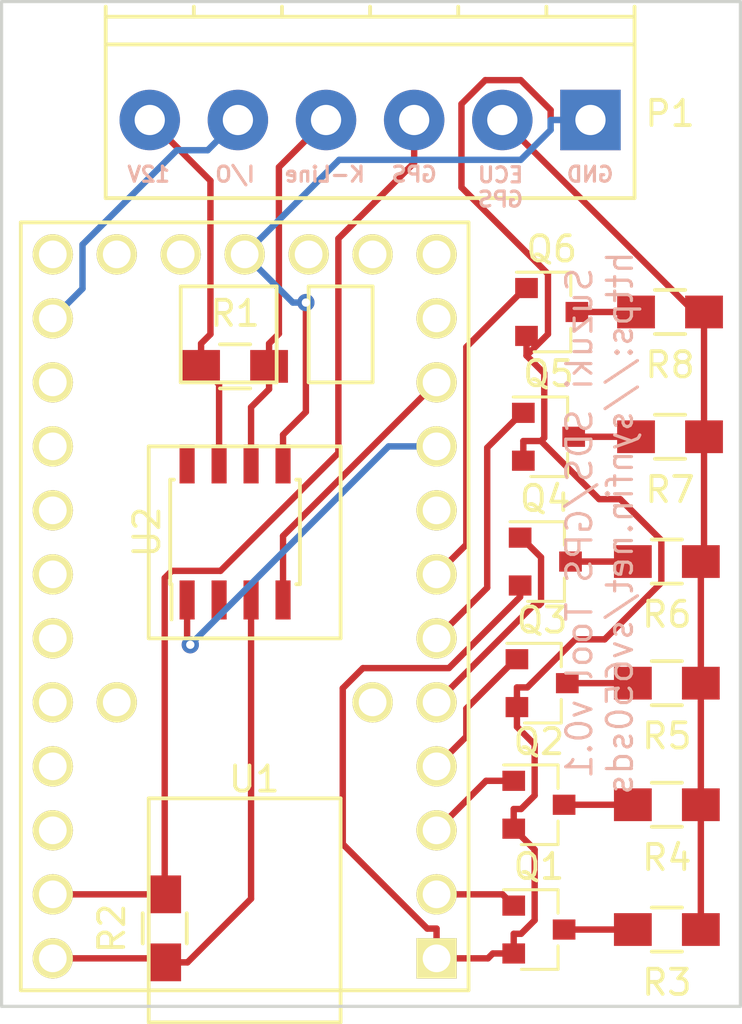
<source format=kicad_pcb>
(kicad_pcb (version 20171130) (host pcbnew "(5.1.12)-1")

  (general
    (thickness 1.6)
    (drawings 11)
    (tracks 140)
    (zones 0)
    (modules 17)
    (nets 41)
  )

  (page USLetter)
  (title_block
    (title "Suzuki SDS/GPS Tool")
    (date 2017-03-14)
    (rev v0.1)
    (company "Aaron Turner <synfinatic@gmail.com>")
    (comment 1 https://synfin.net/sv650sds)
    (comment 2 "Suzuki SDS Diagnostic and Reverse Engineering Tool")
  )

  (layers
    (0 F.Cu signal)
    (31 B.Cu signal)
    (32 B.Adhes user hide)
    (33 F.Adhes user hide)
    (34 B.Paste user hide)
    (35 F.Paste user hide)
    (36 B.SilkS user hide)
    (37 F.SilkS user hide)
    (38 B.Mask user hide)
    (39 F.Mask user hide)
    (40 Dwgs.User user hide)
    (41 Cmts.User user hide)
    (42 Eco1.User user hide)
    (43 Eco2.User user hide)
    (44 Edge.Cuts user)
    (45 Margin user hide)
    (46 B.CrtYd user hide)
    (47 F.CrtYd user hide)
    (48 B.Fab user hide)
    (49 F.Fab user hide)
  )

  (setup
    (last_trace_width 0.254)
    (user_trace_width 0.1524)
    (user_trace_width 0.2)
    (user_trace_width 0.25)
    (user_trace_width 0.3)
    (user_trace_width 0.4)
    (user_trace_width 0.5)
    (user_trace_width 0.6)
    (user_trace_width 0.8)
    (user_trace_width 1)
    (user_trace_width 1.2)
    (user_trace_width 1.5)
    (user_trace_width 2)
    (trace_clearance 0.254)
    (zone_clearance 0.1524)
    (zone_45_only no)
    (trace_min 0.1524)
    (via_size 0.6858)
    (via_drill 0.3302)
    (via_min_size 0.6858)
    (via_min_drill 0.3302)
    (uvia_size 0.508)
    (uvia_drill 0.127)
    (uvias_allowed no)
    (uvia_min_size 0.508)
    (uvia_min_drill 0.127)
    (edge_width 0.127)
    (segment_width 0.127)
    (pcb_text_width 0.127)
    (pcb_text_size 0.6 0.6)
    (mod_edge_width 0.127)
    (mod_text_size 0.6 0.6)
    (mod_text_width 0.127)
    (pad_size 1.524 1.524)
    (pad_drill 0.762)
    (pad_to_mask_clearance 0.05)
    (pad_to_paste_clearance -0.04)
    (aux_axis_origin 0 0)
    (visible_elements 7FFFFFFF)
    (pcbplotparams
      (layerselection 0x3ffff_80000001)
      (usegerberextensions true)
      (usegerberattributes true)
      (usegerberadvancedattributes true)
      (creategerberjobfile true)
      (excludeedgelayer true)
      (linewidth 0.127000)
      (plotframeref false)
      (viasonmask false)
      (mode 1)
      (useauxorigin false)
      (hpglpennumber 1)
      (hpglpenspeed 20)
      (hpglpendiameter 15.000000)
      (psnegative false)
      (psa4output false)
      (plotreference true)
      (plotvalue true)
      (plotinvisibletext false)
      (padsonsilk false)
      (subtractmaskfromsilk false)
      (outputformat 1)
      (mirror false)
      (drillshape 0)
      (scaleselection 1)
      (outputdirectory "CAM/"))
  )

  (net 0 "")
  (net 1 ECU_GPS)
  (net 2 +12V)
  (net 3 GPS)
  (net 4 K_LINE)
  (net 5 OUTPUT)
  (net 6 GND)
  (net 7 Gear1)
  (net 8 "Net-(Q1-Pad3)")
  (net 9 Gear2)
  (net 10 "Net-(Q2-Pad3)")
  (net 11 Gear3)
  (net 12 "Net-(Q3-Pad3)")
  (net 13 Gear4)
  (net 14 "Net-(Q4-Pad3)")
  (net 15 Gear5)
  (net 16 "Net-(Q5-Pad3)")
  (net 17 Gear6)
  (net 18 "Net-(Q6-Pad3)")
  (net 19 +5V)
  (net 20 "Net-(U1-Pad8)")
  (net 21 TTL_K_RX)
  (net 22 TTL_K_TX)
  (net 23 "Net-(U1-Pad11)")
  (net 24 "Net-(U1-Pad12)")
  (net 25 "Net-(U1-Pad13)")
  (net 26 "Net-(U1-Pad14)")
  (net 27 "Net-(U1-Pad16)")
  (net 28 "Net-(U1-Pad17)")
  (net 29 "Net-(U1-Pad18)")
  (net 30 "Net-(U1-Pad20)")
  (net 31 "Net-(U1-Pad21)")
  (net 32 "Net-(U1-Pad22)")
  (net 33 "Net-(U1-Pad23)")
  (net 34 "Net-(U1-Pad24)")
  (net 35 "Net-(U1-Pad25)")
  (net 36 "Net-(U1-Pad27)")
  (net 37 "Net-(U1-Pad30)")
  (net 38 "Net-(U1-Pad31)")
  (net 39 "Net-(U2-Pad2)")
  (net 40 "Net-(U2-Pad8)")

  (net_class Default "Dit is de standaard class."
    (clearance 0.254)
    (trace_width 0.254)
    (via_dia 0.6858)
    (via_drill 0.3302)
    (uvia_dia 0.508)
    (uvia_drill 0.127)
    (add_net +12V)
    (add_net +5V)
    (add_net ECU_GPS)
    (add_net GND)
    (add_net GPS)
    (add_net Gear1)
    (add_net Gear2)
    (add_net Gear3)
    (add_net Gear4)
    (add_net Gear5)
    (add_net Gear6)
    (add_net K_LINE)
    (add_net "Net-(Q1-Pad3)")
    (add_net "Net-(Q2-Pad3)")
    (add_net "Net-(Q3-Pad3)")
    (add_net "Net-(Q4-Pad3)")
    (add_net "Net-(Q5-Pad3)")
    (add_net "Net-(Q6-Pad3)")
    (add_net "Net-(U1-Pad11)")
    (add_net "Net-(U1-Pad12)")
    (add_net "Net-(U1-Pad13)")
    (add_net "Net-(U1-Pad14)")
    (add_net "Net-(U1-Pad16)")
    (add_net "Net-(U1-Pad17)")
    (add_net "Net-(U1-Pad18)")
    (add_net "Net-(U1-Pad20)")
    (add_net "Net-(U1-Pad21)")
    (add_net "Net-(U1-Pad22)")
    (add_net "Net-(U1-Pad23)")
    (add_net "Net-(U1-Pad24)")
    (add_net "Net-(U1-Pad25)")
    (add_net "Net-(U1-Pad27)")
    (add_net "Net-(U1-Pad30)")
    (add_net "Net-(U1-Pad31)")
    (add_net "Net-(U1-Pad8)")
    (add_net "Net-(U2-Pad2)")
    (add_net "Net-(U2-Pad8)")
    (add_net OUTPUT)
    (add_net TTL_K_RX)
    (add_net TTL_K_TX)
  )

  (net_class 0.2mm ""
    (clearance 0.2)
    (trace_width 0.2)
    (via_dia 0.6858)
    (via_drill 0.3302)
    (uvia_dia 0.508)
    (uvia_drill 0.127)
  )

  (net_class Minimal ""
    (clearance 0.1524)
    (trace_width 0.1524)
    (via_dia 0.6858)
    (via_drill 0.3302)
    (uvia_dia 0.508)
    (uvia_drill 0.127)
  )

  (module Connectors_Terminal_Blocks:TerminalBlock_Pheonix_PT-3.5mm_6pol (layer F.Cu) (tedit 0) (tstamp 58C8AC95)
    (at 114.188 86.741 180)
    (descr "6-way 3.5mm pitch terminal block, Phoenix PT series")
    (path /58C8ADB8)
    (fp_text reference P1 (at -3.16 0.254 180) (layer F.SilkS)
      (effects (font (size 1 1) (thickness 0.15)))
    )
    (fp_text value CONN_01X06 (at 9.413 2.921 180) (layer F.Fab)
      (effects (font (size 1 1) (thickness 0.15)))
    )
    (fp_line (start 19.25 -3.1) (end -1.75 -3.1) (layer F.SilkS) (width 0.15))
    (fp_line (start 19.25 4.5) (end 19.25 -3.1) (layer F.SilkS) (width 0.15))
    (fp_line (start -1.75 -3.1) (end -1.75 4.5) (layer F.SilkS) (width 0.15))
    (fp_line (start -1.75 4.1) (end 19.25 4.1) (layer F.SilkS) (width 0.15))
    (fp_line (start -1.75 3) (end 19.25 3) (layer F.SilkS) (width 0.15))
    (fp_line (start 8.75 4.1) (end 8.75 4.5) (layer F.SilkS) (width 0.15))
    (fp_line (start 5.25 4.1) (end 5.25 4.5) (layer F.SilkS) (width 0.15))
    (fp_line (start 1.75 4.1) (end 1.75 4.5) (layer F.SilkS) (width 0.15))
    (fp_line (start 12.25 4.1) (end 12.25 4.5) (layer F.SilkS) (width 0.15))
    (fp_line (start 15.75 4.1) (end 15.75 4.5) (layer F.SilkS) (width 0.15))
    (fp_line (start 19.4 -3.3) (end 19.4 4.7) (layer F.CrtYd) (width 0.05))
    (fp_line (start 19.4 4.7) (end -1.9 4.7) (layer F.CrtYd) (width 0.05))
    (fp_line (start -1.9 4.7) (end -1.9 -3.3) (layer F.CrtYd) (width 0.05))
    (fp_line (start -1.9 -3.3) (end 19.4 -3.3) (layer F.CrtYd) (width 0.05))
    (pad 2 thru_hole circle (at 3.5 0 180) (size 2.4 2.4) (drill 1.2) (layers *.Cu *.Mask)
      (net 1 ECU_GPS))
    (pad 1 thru_hole rect (at 0 0 180) (size 2.4 2.4) (drill 1.2) (layers *.Cu *.Mask)
      (net 6 GND))
    (pad 3 thru_hole circle (at 7 0 180) (size 2.4 2.4) (drill 1.2) (layers *.Cu *.Mask)
      (net 3 GPS))
    (pad 4 thru_hole circle (at 10.5 0 180) (size 2.4 2.4) (drill 1.2) (layers *.Cu *.Mask)
      (net 4 K_LINE))
    (pad 5 thru_hole circle (at 14 0 180) (size 2.4 2.4) (drill 1.2) (layers *.Cu *.Mask)
      (net 5 OUTPUT))
    (pad 6 thru_hole circle (at 17.5 0 180) (size 2.4 2.4) (drill 1.2) (layers *.Cu *.Mask)
      (net 2 +12V))
    (model Terminal_Blocks.3dshapes/TerminalBlock_Pheonix_PT-3.5mm_6pol.wrl
      (at (xyz 0 0 0))
      (scale (xyz 1 1 1))
      (rotate (xyz 0 0 0))
    )
  )

  (module TO_SOT_Packages_SMD:SOT-23 (layer F.Cu) (tedit 583F39EB) (tstamp 58C8AC9C)
    (at 112.141 118.872)
    (descr "SOT-23, Standard")
    (tags SOT-23)
    (path /58C7772F)
    (attr smd)
    (fp_text reference Q1 (at 0 -2.5) (layer F.SilkS)
      (effects (font (size 1 1) (thickness 0.15)))
    )
    (fp_text value MMBT3904 (at 0 2.5) (layer F.Fab)
      (effects (font (size 1 1) (thickness 0.15)))
    )
    (fp_line (start 0.76 1.58) (end -0.7 1.58) (layer F.SilkS) (width 0.12))
    (fp_line (start -0.7 -1.52) (end -0.7 1.52) (layer F.Fab) (width 0.15))
    (fp_line (start -0.7 -1.52) (end 0.7 -1.52) (layer F.Fab) (width 0.15))
    (fp_line (start 0.76 -1.58) (end -1.4 -1.58) (layer F.SilkS) (width 0.12))
    (fp_line (start -1.7 1.75) (end -1.7 -1.75) (layer F.CrtYd) (width 0.05))
    (fp_line (start 1.7 1.75) (end -1.7 1.75) (layer F.CrtYd) (width 0.05))
    (fp_line (start 1.7 -1.75) (end 1.7 1.75) (layer F.CrtYd) (width 0.05))
    (fp_line (start -1.7 -1.75) (end 1.7 -1.75) (layer F.CrtYd) (width 0.05))
    (fp_line (start -0.7 1.52) (end 0.7 1.52) (layer F.Fab) (width 0.15))
    (fp_line (start 0.7 -1.52) (end 0.7 1.52) (layer F.Fab) (width 0.15))
    (fp_line (start 0.76 -1.58) (end 0.76 -0.65) (layer F.SilkS) (width 0.12))
    (fp_line (start 0.76 1.58) (end 0.76 0.65) (layer F.SilkS) (width 0.12))
    (pad 1 smd rect (at -1 -0.95) (size 0.9 0.8) (layers F.Cu F.Paste F.Mask)
      (net 7 Gear1))
    (pad 2 smd rect (at -1 0.95) (size 0.9 0.8) (layers F.Cu F.Paste F.Mask)
      (net 6 GND))
    (pad 3 smd rect (at 1 0) (size 0.9 0.8) (layers F.Cu F.Paste F.Mask)
      (net 8 "Net-(Q1-Pad3)"))
    (model TO_SOT_Packages_SMD.3dshapes/SOT-23.wrl
      (at (xyz 0 0 0))
      (scale (xyz 1 1 1))
      (rotate (xyz 0 0 90))
    )
  )

  (module TO_SOT_Packages_SMD:SOT-23 (layer F.Cu) (tedit 583F39EB) (tstamp 58C8ACA3)
    (at 112.141 113.919)
    (descr "SOT-23, Standard")
    (tags SOT-23)
    (path /58C77773)
    (attr smd)
    (fp_text reference Q2 (at 0 -2.5) (layer F.SilkS)
      (effects (font (size 1 1) (thickness 0.15)))
    )
    (fp_text value MMBT3904 (at 0 2.5) (layer F.Fab)
      (effects (font (size 1 1) (thickness 0.15)))
    )
    (fp_line (start 0.76 1.58) (end -0.7 1.58) (layer F.SilkS) (width 0.12))
    (fp_line (start -0.7 -1.52) (end -0.7 1.52) (layer F.Fab) (width 0.15))
    (fp_line (start -0.7 -1.52) (end 0.7 -1.52) (layer F.Fab) (width 0.15))
    (fp_line (start 0.76 -1.58) (end -1.4 -1.58) (layer F.SilkS) (width 0.12))
    (fp_line (start -1.7 1.75) (end -1.7 -1.75) (layer F.CrtYd) (width 0.05))
    (fp_line (start 1.7 1.75) (end -1.7 1.75) (layer F.CrtYd) (width 0.05))
    (fp_line (start 1.7 -1.75) (end 1.7 1.75) (layer F.CrtYd) (width 0.05))
    (fp_line (start -1.7 -1.75) (end 1.7 -1.75) (layer F.CrtYd) (width 0.05))
    (fp_line (start -0.7 1.52) (end 0.7 1.52) (layer F.Fab) (width 0.15))
    (fp_line (start 0.7 -1.52) (end 0.7 1.52) (layer F.Fab) (width 0.15))
    (fp_line (start 0.76 -1.58) (end 0.76 -0.65) (layer F.SilkS) (width 0.12))
    (fp_line (start 0.76 1.58) (end 0.76 0.65) (layer F.SilkS) (width 0.12))
    (pad 1 smd rect (at -1 -0.95) (size 0.9 0.8) (layers F.Cu F.Paste F.Mask)
      (net 9 Gear2))
    (pad 2 smd rect (at -1 0.95) (size 0.9 0.8) (layers F.Cu F.Paste F.Mask)
      (net 6 GND))
    (pad 3 smd rect (at 1 0) (size 0.9 0.8) (layers F.Cu F.Paste F.Mask)
      (net 10 "Net-(Q2-Pad3)"))
    (model TO_SOT_Packages_SMD.3dshapes/SOT-23.wrl
      (at (xyz 0 0 0))
      (scale (xyz 1 1 1))
      (rotate (xyz 0 0 90))
    )
  )

  (module TO_SOT_Packages_SMD:SOT-23 (layer F.Cu) (tedit 583F39EB) (tstamp 58C8ACAA)
    (at 112.268 109.093)
    (descr "SOT-23, Standard")
    (tags SOT-23)
    (path /58C777A1)
    (attr smd)
    (fp_text reference Q3 (at 0 -2.5) (layer F.SilkS)
      (effects (font (size 1 1) (thickness 0.15)))
    )
    (fp_text value MMBT3904 (at 0 2.5) (layer F.Fab)
      (effects (font (size 1 1) (thickness 0.15)))
    )
    (fp_line (start 0.76 1.58) (end -0.7 1.58) (layer F.SilkS) (width 0.12))
    (fp_line (start -0.7 -1.52) (end -0.7 1.52) (layer F.Fab) (width 0.15))
    (fp_line (start -0.7 -1.52) (end 0.7 -1.52) (layer F.Fab) (width 0.15))
    (fp_line (start 0.76 -1.58) (end -1.4 -1.58) (layer F.SilkS) (width 0.12))
    (fp_line (start -1.7 1.75) (end -1.7 -1.75) (layer F.CrtYd) (width 0.05))
    (fp_line (start 1.7 1.75) (end -1.7 1.75) (layer F.CrtYd) (width 0.05))
    (fp_line (start 1.7 -1.75) (end 1.7 1.75) (layer F.CrtYd) (width 0.05))
    (fp_line (start -1.7 -1.75) (end 1.7 -1.75) (layer F.CrtYd) (width 0.05))
    (fp_line (start -0.7 1.52) (end 0.7 1.52) (layer F.Fab) (width 0.15))
    (fp_line (start 0.7 -1.52) (end 0.7 1.52) (layer F.Fab) (width 0.15))
    (fp_line (start 0.76 -1.58) (end 0.76 -0.65) (layer F.SilkS) (width 0.12))
    (fp_line (start 0.76 1.58) (end 0.76 0.65) (layer F.SilkS) (width 0.12))
    (pad 1 smd rect (at -1 -0.95) (size 0.9 0.8) (layers F.Cu F.Paste F.Mask)
      (net 11 Gear3))
    (pad 2 smd rect (at -1 0.95) (size 0.9 0.8) (layers F.Cu F.Paste F.Mask)
      (net 6 GND))
    (pad 3 smd rect (at 1 0) (size 0.9 0.8) (layers F.Cu F.Paste F.Mask)
      (net 12 "Net-(Q3-Pad3)"))
    (model TO_SOT_Packages_SMD.3dshapes/SOT-23.wrl
      (at (xyz 0 0 0))
      (scale (xyz 1 1 1))
      (rotate (xyz 0 0 90))
    )
  )

  (module TO_SOT_Packages_SMD:SOT-23 (layer F.Cu) (tedit 583F39EB) (tstamp 58C8ACB1)
    (at 112.395 104.267)
    (descr "SOT-23, Standard")
    (tags SOT-23)
    (path /58C777D2)
    (attr smd)
    (fp_text reference Q4 (at 0 -2.5) (layer F.SilkS)
      (effects (font (size 1 1) (thickness 0.15)))
    )
    (fp_text value MMBT3904 (at 0 2.5) (layer F.Fab)
      (effects (font (size 1 1) (thickness 0.15)))
    )
    (fp_line (start 0.76 1.58) (end -0.7 1.58) (layer F.SilkS) (width 0.12))
    (fp_line (start -0.7 -1.52) (end -0.7 1.52) (layer F.Fab) (width 0.15))
    (fp_line (start -0.7 -1.52) (end 0.7 -1.52) (layer F.Fab) (width 0.15))
    (fp_line (start 0.76 -1.58) (end -1.4 -1.58) (layer F.SilkS) (width 0.12))
    (fp_line (start -1.7 1.75) (end -1.7 -1.75) (layer F.CrtYd) (width 0.05))
    (fp_line (start 1.7 1.75) (end -1.7 1.75) (layer F.CrtYd) (width 0.05))
    (fp_line (start 1.7 -1.75) (end 1.7 1.75) (layer F.CrtYd) (width 0.05))
    (fp_line (start -1.7 -1.75) (end 1.7 -1.75) (layer F.CrtYd) (width 0.05))
    (fp_line (start -0.7 1.52) (end 0.7 1.52) (layer F.Fab) (width 0.15))
    (fp_line (start 0.7 -1.52) (end 0.7 1.52) (layer F.Fab) (width 0.15))
    (fp_line (start 0.76 -1.58) (end 0.76 -0.65) (layer F.SilkS) (width 0.12))
    (fp_line (start 0.76 1.58) (end 0.76 0.65) (layer F.SilkS) (width 0.12))
    (pad 1 smd rect (at -1 -0.95) (size 0.9 0.8) (layers F.Cu F.Paste F.Mask)
      (net 13 Gear4))
    (pad 2 smd rect (at -1 0.95) (size 0.9 0.8) (layers F.Cu F.Paste F.Mask)
      (net 6 GND))
    (pad 3 smd rect (at 1 0) (size 0.9 0.8) (layers F.Cu F.Paste F.Mask)
      (net 14 "Net-(Q4-Pad3)"))
    (model TO_SOT_Packages_SMD.3dshapes/SOT-23.wrl
      (at (xyz 0 0 0))
      (scale (xyz 1 1 1))
      (rotate (xyz 0 0 90))
    )
  )

  (module TO_SOT_Packages_SMD:SOT-23 (layer F.Cu) (tedit 583F39EB) (tstamp 58C8ACB8)
    (at 112.522 99.314)
    (descr "SOT-23, Standard")
    (tags SOT-23)
    (path /58C77803)
    (attr smd)
    (fp_text reference Q5 (at 0 -2.5) (layer F.SilkS)
      (effects (font (size 1 1) (thickness 0.15)))
    )
    (fp_text value MMBT3904 (at 0 2.5) (layer F.Fab)
      (effects (font (size 1 1) (thickness 0.15)))
    )
    (fp_line (start 0.76 1.58) (end -0.7 1.58) (layer F.SilkS) (width 0.12))
    (fp_line (start -0.7 -1.52) (end -0.7 1.52) (layer F.Fab) (width 0.15))
    (fp_line (start -0.7 -1.52) (end 0.7 -1.52) (layer F.Fab) (width 0.15))
    (fp_line (start 0.76 -1.58) (end -1.4 -1.58) (layer F.SilkS) (width 0.12))
    (fp_line (start -1.7 1.75) (end -1.7 -1.75) (layer F.CrtYd) (width 0.05))
    (fp_line (start 1.7 1.75) (end -1.7 1.75) (layer F.CrtYd) (width 0.05))
    (fp_line (start 1.7 -1.75) (end 1.7 1.75) (layer F.CrtYd) (width 0.05))
    (fp_line (start -1.7 -1.75) (end 1.7 -1.75) (layer F.CrtYd) (width 0.05))
    (fp_line (start -0.7 1.52) (end 0.7 1.52) (layer F.Fab) (width 0.15))
    (fp_line (start 0.7 -1.52) (end 0.7 1.52) (layer F.Fab) (width 0.15))
    (fp_line (start 0.76 -1.58) (end 0.76 -0.65) (layer F.SilkS) (width 0.12))
    (fp_line (start 0.76 1.58) (end 0.76 0.65) (layer F.SilkS) (width 0.12))
    (pad 1 smd rect (at -1 -0.95) (size 0.9 0.8) (layers F.Cu F.Paste F.Mask)
      (net 15 Gear5))
    (pad 2 smd rect (at -1 0.95) (size 0.9 0.8) (layers F.Cu F.Paste F.Mask)
      (net 6 GND))
    (pad 3 smd rect (at 1 0) (size 0.9 0.8) (layers F.Cu F.Paste F.Mask)
      (net 16 "Net-(Q5-Pad3)"))
    (model TO_SOT_Packages_SMD.3dshapes/SOT-23.wrl
      (at (xyz 0 0 0))
      (scale (xyz 1 1 1))
      (rotate (xyz 0 0 90))
    )
  )

  (module TO_SOT_Packages_SMD:SOT-23 (layer F.Cu) (tedit 583F39EB) (tstamp 58C8ACBF)
    (at 112.649 94.361)
    (descr "SOT-23, Standard")
    (tags SOT-23)
    (path /58C7783D)
    (attr smd)
    (fp_text reference Q6 (at 0 -2.5) (layer F.SilkS)
      (effects (font (size 1 1) (thickness 0.15)))
    )
    (fp_text value MMBT3904 (at 0 2.5) (layer F.Fab)
      (effects (font (size 1 1) (thickness 0.15)))
    )
    (fp_line (start 0.76 1.58) (end -0.7 1.58) (layer F.SilkS) (width 0.12))
    (fp_line (start -0.7 -1.52) (end -0.7 1.52) (layer F.Fab) (width 0.15))
    (fp_line (start -0.7 -1.52) (end 0.7 -1.52) (layer F.Fab) (width 0.15))
    (fp_line (start 0.76 -1.58) (end -1.4 -1.58) (layer F.SilkS) (width 0.12))
    (fp_line (start -1.7 1.75) (end -1.7 -1.75) (layer F.CrtYd) (width 0.05))
    (fp_line (start 1.7 1.75) (end -1.7 1.75) (layer F.CrtYd) (width 0.05))
    (fp_line (start 1.7 -1.75) (end 1.7 1.75) (layer F.CrtYd) (width 0.05))
    (fp_line (start -1.7 -1.75) (end 1.7 -1.75) (layer F.CrtYd) (width 0.05))
    (fp_line (start -0.7 1.52) (end 0.7 1.52) (layer F.Fab) (width 0.15))
    (fp_line (start 0.7 -1.52) (end 0.7 1.52) (layer F.Fab) (width 0.15))
    (fp_line (start 0.76 -1.58) (end 0.76 -0.65) (layer F.SilkS) (width 0.12))
    (fp_line (start 0.76 1.58) (end 0.76 0.65) (layer F.SilkS) (width 0.12))
    (pad 1 smd rect (at -1 -0.95) (size 0.9 0.8) (layers F.Cu F.Paste F.Mask)
      (net 17 Gear6))
    (pad 2 smd rect (at -1 0.95) (size 0.9 0.8) (layers F.Cu F.Paste F.Mask)
      (net 6 GND))
    (pad 3 smd rect (at 1 0) (size 0.9 0.8) (layers F.Cu F.Paste F.Mask)
      (net 18 "Net-(Q6-Pad3)"))
    (model TO_SOT_Packages_SMD.3dshapes/SOT-23.wrl
      (at (xyz 0 0 0))
      (scale (xyz 1 1 1))
      (rotate (xyz 0 0 90))
    )
  )

  (module Resistors_SMD:R_0805_HandSoldering (layer F.Cu) (tedit 58307B90) (tstamp 58C8ACC5)
    (at 100.076 96.52)
    (descr "Resistor SMD 0805, hand soldering")
    (tags "resistor 0805")
    (path /58C78952)
    (attr smd)
    (fp_text reference R1 (at 0 -2.1) (layer F.SilkS)
      (effects (font (size 1 1) (thickness 0.15)))
    )
    (fp_text value 510 (at 0 2.1) (layer F.Fab)
      (effects (font (size 1 1) (thickness 0.15)))
    )
    (fp_line (start -0.6 -0.875) (end 0.6 -0.875) (layer F.SilkS) (width 0.15))
    (fp_line (start 0.6 0.875) (end -0.6 0.875) (layer F.SilkS) (width 0.15))
    (fp_line (start 2.4 -1) (end 2.4 1) (layer F.CrtYd) (width 0.05))
    (fp_line (start -2.4 -1) (end -2.4 1) (layer F.CrtYd) (width 0.05))
    (fp_line (start -2.4 1) (end 2.4 1) (layer F.CrtYd) (width 0.05))
    (fp_line (start -2.4 -1) (end 2.4 -1) (layer F.CrtYd) (width 0.05))
    (fp_line (start -1 -0.625) (end 1 -0.625) (layer F.Fab) (width 0.1))
    (fp_line (start 1 -0.625) (end 1 0.625) (layer F.Fab) (width 0.1))
    (fp_line (start 1 0.625) (end -1 0.625) (layer F.Fab) (width 0.1))
    (fp_line (start -1 0.625) (end -1 -0.625) (layer F.Fab) (width 0.1))
    (pad 1 smd rect (at -1.35 0) (size 1.5 1.3) (layers F.Cu F.Paste F.Mask)
      (net 2 +12V))
    (pad 2 smd rect (at 1.35 0) (size 1.5 1.3) (layers F.Cu F.Paste F.Mask)
      (net 4 K_LINE))
    (model Resistors_SMD.3dshapes/R_0805_HandSoldering.wrl
      (at (xyz 0 0 0))
      (scale (xyz 1 1 1))
      (rotate (xyz 0 0 0))
    )
  )

  (module Resistors_SMD:R_0805_HandSoldering (layer F.Cu) (tedit 58307B90) (tstamp 58C8ACCB)
    (at 97.282 118.825 90)
    (descr "Resistor SMD 0805, hand soldering")
    (tags "resistor 0805")
    (path /58C74DCD)
    (attr smd)
    (fp_text reference R2 (at 0 -2.1 90) (layer F.SilkS)
      (effects (font (size 1 1) (thickness 0.15)))
    )
    (fp_text value 1k (at 0 2.1 90) (layer F.Fab)
      (effects (font (size 1 1) (thickness 0.15)))
    )
    (fp_line (start -0.6 -0.875) (end 0.6 -0.875) (layer F.SilkS) (width 0.15))
    (fp_line (start 0.6 0.875) (end -0.6 0.875) (layer F.SilkS) (width 0.15))
    (fp_line (start 2.4 -1) (end 2.4 1) (layer F.CrtYd) (width 0.05))
    (fp_line (start -2.4 -1) (end -2.4 1) (layer F.CrtYd) (width 0.05))
    (fp_line (start -2.4 1) (end 2.4 1) (layer F.CrtYd) (width 0.05))
    (fp_line (start -2.4 -1) (end 2.4 -1) (layer F.CrtYd) (width 0.05))
    (fp_line (start -1 -0.625) (end 1 -0.625) (layer F.Fab) (width 0.1))
    (fp_line (start 1 -0.625) (end 1 0.625) (layer F.Fab) (width 0.1))
    (fp_line (start 1 0.625) (end -1 0.625) (layer F.Fab) (width 0.1))
    (fp_line (start -1 0.625) (end -1 -0.625) (layer F.Fab) (width 0.1))
    (pad 1 smd rect (at -1.35 0 90) (size 1.5 1.3) (layers F.Cu F.Paste F.Mask)
      (net 19 +5V))
    (pad 2 smd rect (at 1.35 0 90) (size 1.5 1.3) (layers F.Cu F.Paste F.Mask)
      (net 3 GPS))
    (model Resistors_SMD.3dshapes/R_0805_HandSoldering.wrl
      (at (xyz 0 0 0))
      (scale (xyz 1 1 1))
      (rotate (xyz 0 0 0))
    )
  )

  (module Resistors_SMD:R_0805_HandSoldering (layer F.Cu) (tedit 58307B90) (tstamp 58C8ACD1)
    (at 117.221 118.872 180)
    (descr "Resistor SMD 0805, hand soldering")
    (tags "resistor 0805")
    (path /58C74C4A)
    (attr smd)
    (fp_text reference R3 (at 0 -2.1 180) (layer F.SilkS)
      (effects (font (size 1 1) (thickness 0.15)))
    )
    (fp_text value 560 (at 0 2.1 180) (layer F.Fab)
      (effects (font (size 1 1) (thickness 0.15)))
    )
    (fp_line (start -0.6 -0.875) (end 0.6 -0.875) (layer F.SilkS) (width 0.15))
    (fp_line (start 0.6 0.875) (end -0.6 0.875) (layer F.SilkS) (width 0.15))
    (fp_line (start 2.4 -1) (end 2.4 1) (layer F.CrtYd) (width 0.05))
    (fp_line (start -2.4 -1) (end -2.4 1) (layer F.CrtYd) (width 0.05))
    (fp_line (start -2.4 1) (end 2.4 1) (layer F.CrtYd) (width 0.05))
    (fp_line (start -2.4 -1) (end 2.4 -1) (layer F.CrtYd) (width 0.05))
    (fp_line (start -1 -0.625) (end 1 -0.625) (layer F.Fab) (width 0.1))
    (fp_line (start 1 -0.625) (end 1 0.625) (layer F.Fab) (width 0.1))
    (fp_line (start 1 0.625) (end -1 0.625) (layer F.Fab) (width 0.1))
    (fp_line (start -1 0.625) (end -1 -0.625) (layer F.Fab) (width 0.1))
    (pad 1 smd rect (at -1.35 0 180) (size 1.5 1.3) (layers F.Cu F.Paste F.Mask)
      (net 1 ECU_GPS))
    (pad 2 smd rect (at 1.35 0 180) (size 1.5 1.3) (layers F.Cu F.Paste F.Mask)
      (net 8 "Net-(Q1-Pad3)"))
    (model Resistors_SMD.3dshapes/R_0805_HandSoldering.wrl
      (at (xyz 0 0 0))
      (scale (xyz 1 1 1))
      (rotate (xyz 0 0 0))
    )
  )

  (module Resistors_SMD:R_0805_HandSoldering (layer F.Cu) (tedit 58307B90) (tstamp 58C8ACD7)
    (at 117.221 113.919 180)
    (descr "Resistor SMD 0805, hand soldering")
    (tags "resistor 0805")
    (path /58C74C90)
    (attr smd)
    (fp_text reference R4 (at 0 -2.1 180) (layer F.SilkS)
      (effects (font (size 1 1) (thickness 0.15)))
    )
    (fp_text value 630 (at 0 2.1 180) (layer F.Fab)
      (effects (font (size 1 1) (thickness 0.15)))
    )
    (fp_line (start -0.6 -0.875) (end 0.6 -0.875) (layer F.SilkS) (width 0.15))
    (fp_line (start 0.6 0.875) (end -0.6 0.875) (layer F.SilkS) (width 0.15))
    (fp_line (start 2.4 -1) (end 2.4 1) (layer F.CrtYd) (width 0.05))
    (fp_line (start -2.4 -1) (end -2.4 1) (layer F.CrtYd) (width 0.05))
    (fp_line (start -2.4 1) (end 2.4 1) (layer F.CrtYd) (width 0.05))
    (fp_line (start -2.4 -1) (end 2.4 -1) (layer F.CrtYd) (width 0.05))
    (fp_line (start -1 -0.625) (end 1 -0.625) (layer F.Fab) (width 0.1))
    (fp_line (start 1 -0.625) (end 1 0.625) (layer F.Fab) (width 0.1))
    (fp_line (start 1 0.625) (end -1 0.625) (layer F.Fab) (width 0.1))
    (fp_line (start -1 0.625) (end -1 -0.625) (layer F.Fab) (width 0.1))
    (pad 1 smd rect (at -1.35 0 180) (size 1.5 1.3) (layers F.Cu F.Paste F.Mask)
      (net 1 ECU_GPS))
    (pad 2 smd rect (at 1.35 0 180) (size 1.5 1.3) (layers F.Cu F.Paste F.Mask)
      (net 10 "Net-(Q2-Pad3)"))
    (model Resistors_SMD.3dshapes/R_0805_HandSoldering.wrl
      (at (xyz 0 0 0))
      (scale (xyz 1 1 1))
      (rotate (xyz 0 0 0))
    )
  )

  (module Resistors_SMD:R_0805_HandSoldering (layer F.Cu) (tedit 58307B90) (tstamp 58C8ACDD)
    (at 117.221 109.093 180)
    (descr "Resistor SMD 0805, hand soldering")
    (tags "resistor 0805")
    (path /58C74CBB)
    (attr smd)
    (fp_text reference R5 (at 0 -2.1 180) (layer F.SilkS)
      (effects (font (size 1 1) (thickness 0.15)))
    )
    (fp_text value 1.5k (at 0 2.1 180) (layer F.Fab)
      (effects (font (size 1 1) (thickness 0.15)))
    )
    (fp_line (start -0.6 -0.875) (end 0.6 -0.875) (layer F.SilkS) (width 0.15))
    (fp_line (start 0.6 0.875) (end -0.6 0.875) (layer F.SilkS) (width 0.15))
    (fp_line (start 2.4 -1) (end 2.4 1) (layer F.CrtYd) (width 0.05))
    (fp_line (start -2.4 -1) (end -2.4 1) (layer F.CrtYd) (width 0.05))
    (fp_line (start -2.4 1) (end 2.4 1) (layer F.CrtYd) (width 0.05))
    (fp_line (start -2.4 -1) (end 2.4 -1) (layer F.CrtYd) (width 0.05))
    (fp_line (start -1 -0.625) (end 1 -0.625) (layer F.Fab) (width 0.1))
    (fp_line (start 1 -0.625) (end 1 0.625) (layer F.Fab) (width 0.1))
    (fp_line (start 1 0.625) (end -1 0.625) (layer F.Fab) (width 0.1))
    (fp_line (start -1 0.625) (end -1 -0.625) (layer F.Fab) (width 0.1))
    (pad 1 smd rect (at -1.35 0 180) (size 1.5 1.3) (layers F.Cu F.Paste F.Mask)
      (net 1 ECU_GPS))
    (pad 2 smd rect (at 1.35 0 180) (size 1.5 1.3) (layers F.Cu F.Paste F.Mask)
      (net 12 "Net-(Q3-Pad3)"))
    (model Resistors_SMD.3dshapes/R_0805_HandSoldering.wrl
      (at (xyz 0 0 0))
      (scale (xyz 1 1 1))
      (rotate (xyz 0 0 0))
    )
  )

  (module Resistors_SMD:R_0805_HandSoldering (layer F.Cu) (tedit 58307B90) (tstamp 58C8ACE3)
    (at 117.221 104.267 180)
    (descr "Resistor SMD 0805, hand soldering")
    (tags "resistor 0805")
    (path /58C74CE4)
    (attr smd)
    (fp_text reference R6 (at 0 -2.1 180) (layer F.SilkS)
      (effects (font (size 1 1) (thickness 0.15)))
    )
    (fp_text value 2.7k (at 0 2.1 180) (layer F.Fab)
      (effects (font (size 1 1) (thickness 0.15)))
    )
    (fp_line (start -0.6 -0.875) (end 0.6 -0.875) (layer F.SilkS) (width 0.15))
    (fp_line (start 0.6 0.875) (end -0.6 0.875) (layer F.SilkS) (width 0.15))
    (fp_line (start 2.4 -1) (end 2.4 1) (layer F.CrtYd) (width 0.05))
    (fp_line (start -2.4 -1) (end -2.4 1) (layer F.CrtYd) (width 0.05))
    (fp_line (start -2.4 1) (end 2.4 1) (layer F.CrtYd) (width 0.05))
    (fp_line (start -2.4 -1) (end 2.4 -1) (layer F.CrtYd) (width 0.05))
    (fp_line (start -1 -0.625) (end 1 -0.625) (layer F.Fab) (width 0.1))
    (fp_line (start 1 -0.625) (end 1 0.625) (layer F.Fab) (width 0.1))
    (fp_line (start 1 0.625) (end -1 0.625) (layer F.Fab) (width 0.1))
    (fp_line (start -1 0.625) (end -1 -0.625) (layer F.Fab) (width 0.1))
    (pad 1 smd rect (at -1.35 0 180) (size 1.5 1.3) (layers F.Cu F.Paste F.Mask)
      (net 1 ECU_GPS))
    (pad 2 smd rect (at 1.35 0 180) (size 1.5 1.3) (layers F.Cu F.Paste F.Mask)
      (net 14 "Net-(Q4-Pad3)"))
    (model Resistors_SMD.3dshapes/R_0805_HandSoldering.wrl
      (at (xyz 0 0 0))
      (scale (xyz 1 1 1))
      (rotate (xyz 0 0 0))
    )
  )

  (module Resistors_SMD:R_0805_HandSoldering (layer F.Cu) (tedit 58307B90) (tstamp 58C8ACE9)
    (at 117.348 99.314 180)
    (descr "Resistor SMD 0805, hand soldering")
    (tags "resistor 0805")
    (path /58C74D12)
    (attr smd)
    (fp_text reference R7 (at 0 -2.1 180) (layer F.SilkS)
      (effects (font (size 1 1) (thickness 0.15)))
    )
    (fp_text value 6.8k (at 0 2.1 180) (layer F.Fab)
      (effects (font (size 1 1) (thickness 0.15)))
    )
    (fp_line (start -0.6 -0.875) (end 0.6 -0.875) (layer F.SilkS) (width 0.15))
    (fp_line (start 0.6 0.875) (end -0.6 0.875) (layer F.SilkS) (width 0.15))
    (fp_line (start 2.4 -1) (end 2.4 1) (layer F.CrtYd) (width 0.05))
    (fp_line (start -2.4 -1) (end -2.4 1) (layer F.CrtYd) (width 0.05))
    (fp_line (start -2.4 1) (end 2.4 1) (layer F.CrtYd) (width 0.05))
    (fp_line (start -2.4 -1) (end 2.4 -1) (layer F.CrtYd) (width 0.05))
    (fp_line (start -1 -0.625) (end 1 -0.625) (layer F.Fab) (width 0.1))
    (fp_line (start 1 -0.625) (end 1 0.625) (layer F.Fab) (width 0.1))
    (fp_line (start 1 0.625) (end -1 0.625) (layer F.Fab) (width 0.1))
    (fp_line (start -1 0.625) (end -1 -0.625) (layer F.Fab) (width 0.1))
    (pad 1 smd rect (at -1.35 0 180) (size 1.5 1.3) (layers F.Cu F.Paste F.Mask)
      (net 1 ECU_GPS))
    (pad 2 smd rect (at 1.35 0 180) (size 1.5 1.3) (layers F.Cu F.Paste F.Mask)
      (net 16 "Net-(Q5-Pad3)"))
    (model Resistors_SMD.3dshapes/R_0805_HandSoldering.wrl
      (at (xyz 0 0 0))
      (scale (xyz 1 1 1))
      (rotate (xyz 0 0 0))
    )
  )

  (module Resistors_SMD:R_0805_HandSoldering (layer F.Cu) (tedit 58307B90) (tstamp 58C8ACEF)
    (at 117.348 94.361 180)
    (descr "Resistor SMD 0805, hand soldering")
    (tags "resistor 0805")
    (path /58C74D3D)
    (attr smd)
    (fp_text reference R8 (at 0 -2.1 180) (layer F.SilkS)
      (effects (font (size 1 1) (thickness 0.15)))
    )
    (fp_text value 15k (at 0 2.1 180) (layer F.Fab)
      (effects (font (size 1 1) (thickness 0.15)))
    )
    (fp_line (start -0.6 -0.875) (end 0.6 -0.875) (layer F.SilkS) (width 0.15))
    (fp_line (start 0.6 0.875) (end -0.6 0.875) (layer F.SilkS) (width 0.15))
    (fp_line (start 2.4 -1) (end 2.4 1) (layer F.CrtYd) (width 0.05))
    (fp_line (start -2.4 -1) (end -2.4 1) (layer F.CrtYd) (width 0.05))
    (fp_line (start -2.4 1) (end 2.4 1) (layer F.CrtYd) (width 0.05))
    (fp_line (start -2.4 -1) (end 2.4 -1) (layer F.CrtYd) (width 0.05))
    (fp_line (start -1 -0.625) (end 1 -0.625) (layer F.Fab) (width 0.1))
    (fp_line (start 1 -0.625) (end 1 0.625) (layer F.Fab) (width 0.1))
    (fp_line (start 1 0.625) (end -1 0.625) (layer F.Fab) (width 0.1))
    (fp_line (start -1 0.625) (end -1 -0.625) (layer F.Fab) (width 0.1))
    (pad 1 smd rect (at -1.35 0 180) (size 1.5 1.3) (layers F.Cu F.Paste F.Mask)
      (net 1 ECU_GPS))
    (pad 2 smd rect (at 1.35 0 180) (size 1.5 1.3) (layers F.Cu F.Paste F.Mask)
      (net 18 "Net-(Q6-Pad3)"))
    (model Resistors_SMD.3dshapes/R_0805_HandSoldering.wrl
      (at (xyz 0 0 0))
      (scale (xyz 1 1 1))
      (rotate (xyz 0 0 0))
    )
  )

  (module Teensy:Teensy2.0 (layer F.Cu) (tedit 581B9E8B) (tstamp 58C8AD12)
    (at 100.457 106.045 90)
    (descr 11)
    (path /58C779C9)
    (fp_text reference U1 (at -6.858 0.381 180) (layer F.SilkS)
      (effects (font (size 1 1) (thickness 0.15)))
    )
    (fp_text value Teensy2.0 (at 0 10.16 90) (layer F.Fab)
      (effects (font (size 1 1) (thickness 0.15)))
    )
    (fp_line (start -15.24 8.89) (end -15.24 -8.89) (layer F.SilkS) (width 0.15))
    (fp_line (start 15.24 8.89) (end -15.24 8.89) (layer F.SilkS) (width 0.15))
    (fp_line (start 15.24 -8.89) (end 15.24 8.89) (layer F.SilkS) (width 0.15))
    (fp_line (start -15.24 -8.89) (end 15.24 -8.89) (layer F.SilkS) (width 0.15))
    (fp_line (start -7.62 -3.81) (end -7.62 3.81) (layer F.SilkS) (width 0.15))
    (fp_line (start -16.51 -3.81) (end -7.62 -3.81) (layer F.SilkS) (width 0.15))
    (fp_line (start -16.51 3.81) (end -16.51 -3.81) (layer F.SilkS) (width 0.15))
    (fp_line (start -7.62 3.81) (end -16.51 3.81) (layer F.SilkS) (width 0.15))
    (fp_line (start -1.27 -3.81) (end -1.27 3.81) (layer F.SilkS) (width 0.15))
    (fp_line (start 6.35 -3.81) (end -1.27 -3.81) (layer F.SilkS) (width 0.15))
    (fp_line (start 6.35 3.81) (end 6.35 -3.81) (layer F.SilkS) (width 0.15))
    (fp_line (start -1.27 3.81) (end 6.35 3.81) (layer F.SilkS) (width 0.15))
    (fp_line (start 12.7 1.27) (end 12.7 -2.54) (layer F.SilkS) (width 0.15))
    (fp_line (start 8.89 1.27) (end 12.7 1.27) (layer F.SilkS) (width 0.15))
    (fp_line (start 8.89 0) (end 8.89 1.27) (layer F.SilkS) (width 0.15))
    (fp_line (start 8.89 -2.54) (end 8.89 0) (layer F.SilkS) (width 0.15))
    (fp_line (start 12.7 -2.54) (end 8.89 -2.54) (layer F.SilkS) (width 0.15))
    (fp_line (start 12.7 5.08) (end 12.7 2.54) (layer F.SilkS) (width 0.15))
    (fp_line (start 8.89 5.08) (end 12.7 5.08) (layer F.SilkS) (width 0.15))
    (fp_line (start 8.89 2.54) (end 8.89 5.08) (layer F.SilkS) (width 0.15))
    (fp_line (start 12.7 2.54) (end 8.89 2.54) (layer F.SilkS) (width 0.15))
    (pad 15 thru_hole circle (at 13.97 0 90) (size 1.6 1.6) (drill 1.1) (layers *.Cu *.Mask F.SilkS)
      (net 6 GND))
    (pad 1 thru_hole rect (at -13.97 7.62 90) (size 1.6 1.6) (drill 1.1) (layers *.Cu *.Mask F.SilkS)
      (net 6 GND))
    (pad 2 thru_hole circle (at -11.43 7.62 90) (size 1.6 1.6) (drill 1.1) (layers *.Cu *.Mask F.SilkS)
      (net 7 Gear1))
    (pad 3 thru_hole circle (at -8.89 7.62 90) (size 1.6 1.6) (drill 1.1) (layers *.Cu *.Mask F.SilkS)
      (net 9 Gear2))
    (pad 4 thru_hole circle (at -6.35 7.62 90) (size 1.6 1.6) (drill 1.1) (layers *.Cu *.Mask F.SilkS)
      (net 11 Gear3))
    (pad 5 thru_hole circle (at -3.81 7.62 90) (size 1.6 1.6) (drill 1.1) (layers *.Cu *.Mask F.SilkS)
      (net 13 Gear4))
    (pad 6 thru_hole circle (at -1.27 7.62 90) (size 1.6 1.6) (drill 1.1) (layers *.Cu *.Mask F.SilkS)
      (net 15 Gear5))
    (pad 7 thru_hole circle (at 1.27 7.62 90) (size 1.6 1.6) (drill 1.1) (layers *.Cu *.Mask F.SilkS)
      (net 17 Gear6))
    (pad 8 thru_hole circle (at 3.81 7.62 90) (size 1.6 1.6) (drill 1.1) (layers *.Cu *.Mask F.SilkS)
      (net 20 "Net-(U1-Pad8)"))
    (pad 9 thru_hole circle (at 6.35 7.62 90) (size 1.6 1.6) (drill 1.1) (layers *.Cu *.Mask F.SilkS)
      (net 21 TTL_K_RX))
    (pad 10 thru_hole circle (at 8.89 7.62 90) (size 1.6 1.6) (drill 1.1) (layers *.Cu *.Mask F.SilkS)
      (net 22 TTL_K_TX))
    (pad 11 thru_hole circle (at 11.43 7.62 90) (size 1.6 1.6) (drill 1.1) (layers *.Cu *.Mask F.SilkS)
      (net 23 "Net-(U1-Pad11)"))
    (pad 12 thru_hole circle (at 13.97 7.62 90) (size 1.6 1.6) (drill 1.1) (layers *.Cu *.Mask F.SilkS)
      (net 24 "Net-(U1-Pad12)"))
    (pad 13 thru_hole circle (at 13.97 5.08 90) (size 1.6 1.6) (drill 1.1) (layers *.Cu *.Mask F.SilkS)
      (net 25 "Net-(U1-Pad13)"))
    (pad 14 thru_hole circle (at 13.97 2.54 90) (size 1.6 1.6) (drill 1.1) (layers *.Cu *.Mask F.SilkS)
      (net 26 "Net-(U1-Pad14)"))
    (pad 16 thru_hole circle (at 13.97 -2.54 90) (size 1.6 1.6) (drill 1.1) (layers *.Cu *.Mask F.SilkS)
      (net 27 "Net-(U1-Pad16)"))
    (pad 17 thru_hole circle (at 13.97 -5.08 90) (size 1.6 1.6) (drill 1.1) (layers *.Cu *.Mask F.SilkS)
      (net 28 "Net-(U1-Pad17)"))
    (pad 18 thru_hole circle (at 13.97 -7.62 90) (size 1.6 1.6) (drill 1.1) (layers *.Cu *.Mask F.SilkS)
      (net 29 "Net-(U1-Pad18)"))
    (pad 19 thru_hole circle (at 11.43 -7.62 90) (size 1.6 1.6) (drill 1.1) (layers *.Cu *.Mask F.SilkS)
      (net 5 OUTPUT))
    (pad 20 thru_hole circle (at 8.89 -7.62 90) (size 1.6 1.6) (drill 1.1) (layers *.Cu *.Mask F.SilkS)
      (net 30 "Net-(U1-Pad20)"))
    (pad 21 thru_hole circle (at 6.35 -7.62 90) (size 1.6 1.6) (drill 1.1) (layers *.Cu *.Mask F.SilkS)
      (net 31 "Net-(U1-Pad21)"))
    (pad 22 thru_hole circle (at 3.81 -7.62 90) (size 1.6 1.6) (drill 1.1) (layers *.Cu *.Mask F.SilkS)
      (net 32 "Net-(U1-Pad22)"))
    (pad 23 thru_hole circle (at 1.27 -7.62 90) (size 1.6 1.6) (drill 1.1) (layers *.Cu *.Mask F.SilkS)
      (net 33 "Net-(U1-Pad23)"))
    (pad 24 thru_hole circle (at -1.27 -7.62 90) (size 1.6 1.6) (drill 1.1) (layers *.Cu *.Mask F.SilkS)
      (net 34 "Net-(U1-Pad24)"))
    (pad 25 thru_hole circle (at -3.81 -7.62 90) (size 1.6 1.6) (drill 1.1) (layers *.Cu *.Mask F.SilkS)
      (net 35 "Net-(U1-Pad25)"))
    (pad 26 thru_hole circle (at -6.35 -7.62 90) (size 1.6 1.6) (drill 1.1) (layers *.Cu *.Mask F.SilkS))
    (pad 27 thru_hole circle (at -8.89 -7.62 90) (size 1.6 1.6) (drill 1.1) (layers *.Cu *.Mask F.SilkS)
      (net 36 "Net-(U1-Pad27)"))
    (pad 28 thru_hole circle (at -11.43 -7.62 90) (size 1.6 1.6) (drill 1.1) (layers *.Cu *.Mask F.SilkS)
      (net 3 GPS))
    (pad 29 thru_hole circle (at -13.97 -7.62 90) (size 1.6 1.6) (drill 1.1) (layers *.Cu *.Mask F.SilkS)
      (net 19 +5V))
    (pad 30 thru_hole circle (at -3.81 5.08 90) (size 1.6 1.6) (drill 1.1) (layers *.Cu *.Mask F.SilkS)
      (net 37 "Net-(U1-Pad30)"))
    (pad 31 thru_hole circle (at -3.81 -5.08 90) (size 1.6 1.6) (drill 1.1) (layers *.Cu *.Mask F.SilkS)
      (net 38 "Net-(U1-Pad31)"))
  )

  (module Housings_SOIC:SOIC-8_3.9x4.9mm_Pitch1.27mm (layer F.Cu) (tedit 54130A77) (tstamp 58C8AD1E)
    (at 100.076 103.091 90)
    (descr "8-Lead Plastic Small Outline (SN) - Narrow, 3.90 mm Body [SOIC] (see Microchip Packaging Specification 00000049BS.pdf)")
    (tags "SOIC 1.27")
    (path /58C74BC4)
    (attr smd)
    (fp_text reference U2 (at 0 -3.5 90) (layer F.SilkS)
      (effects (font (size 1 1) (thickness 0.15)))
    )
    (fp_text value STl9637 (at 0 3.5 90) (layer F.Fab)
      (effects (font (size 1 1) (thickness 0.15)))
    )
    (fp_line (start -2.075 -2.525) (end -3.475 -2.525) (layer F.SilkS) (width 0.15))
    (fp_line (start -2.075 2.575) (end 2.075 2.575) (layer F.SilkS) (width 0.15))
    (fp_line (start -2.075 -2.575) (end 2.075 -2.575) (layer F.SilkS) (width 0.15))
    (fp_line (start -2.075 2.575) (end -2.075 2.43) (layer F.SilkS) (width 0.15))
    (fp_line (start 2.075 2.575) (end 2.075 2.43) (layer F.SilkS) (width 0.15))
    (fp_line (start 2.075 -2.575) (end 2.075 -2.43) (layer F.SilkS) (width 0.15))
    (fp_line (start -2.075 -2.575) (end -2.075 -2.525) (layer F.SilkS) (width 0.15))
    (fp_line (start -3.75 2.75) (end 3.75 2.75) (layer F.CrtYd) (width 0.05))
    (fp_line (start -3.75 -2.75) (end 3.75 -2.75) (layer F.CrtYd) (width 0.05))
    (fp_line (start 3.75 -2.75) (end 3.75 2.75) (layer F.CrtYd) (width 0.05))
    (fp_line (start -3.75 -2.75) (end -3.75 2.75) (layer F.CrtYd) (width 0.05))
    (fp_line (start -1.95 -1.45) (end -0.95 -2.45) (layer F.Fab) (width 0.15))
    (fp_line (start -1.95 2.45) (end -1.95 -1.45) (layer F.Fab) (width 0.15))
    (fp_line (start 1.95 2.45) (end -1.95 2.45) (layer F.Fab) (width 0.15))
    (fp_line (start 1.95 -2.45) (end 1.95 2.45) (layer F.Fab) (width 0.15))
    (fp_line (start -0.95 -2.45) (end 1.95 -2.45) (layer F.Fab) (width 0.15))
    (pad 1 smd rect (at -2.7 -1.905 90) (size 1.55 0.6) (layers F.Cu F.Paste F.Mask)
      (net 21 TTL_K_RX))
    (pad 2 smd rect (at -2.7 -0.635 90) (size 1.55 0.6) (layers F.Cu F.Paste F.Mask)
      (net 39 "Net-(U2-Pad2)"))
    (pad 3 smd rect (at -2.7 0.635 90) (size 1.55 0.6) (layers F.Cu F.Paste F.Mask)
      (net 19 +5V))
    (pad 4 smd rect (at -2.7 1.905 90) (size 1.55 0.6) (layers F.Cu F.Paste F.Mask)
      (net 22 TTL_K_TX))
    (pad 5 smd rect (at 2.7 1.905 90) (size 1.55 0.6) (layers F.Cu F.Paste F.Mask)
      (net 6 GND))
    (pad 6 smd rect (at 2.7 0.635 90) (size 1.55 0.6) (layers F.Cu F.Paste F.Mask)
      (net 4 K_LINE))
    (pad 7 smd rect (at 2.7 -0.635 90) (size 1.55 0.6) (layers F.Cu F.Paste F.Mask)
      (net 2 +12V))
    (pad 8 smd rect (at 2.7 -1.905 90) (size 1.55 0.6) (layers F.Cu F.Paste F.Mask)
      (net 40 "Net-(U2-Pad8)"))
    (model Housings_SOIC.3dshapes/SOIC-8_3.9x4.9mm_Pitch1.27mm.wrl
      (at (xyz 0 0 0))
      (scale (xyz 1 1 1))
      (rotate (xyz 0 0 0))
    )
  )

  (gr_text "Suzuki SDS/GPS Tool v0.1\nhttps://synfin.net/sv650sds" (at 114.554 102.743 90) (layer B.SilkS)
    (effects (font (size 1 1) (thickness 0.127)) (justify mirror))
  )
  (gr_text 12V (at 96.647 88.9) (layer B.SilkS)
    (effects (font (size 0.6 0.6) (thickness 0.127)) (justify mirror))
  )
  (gr_text "ECU\nGPS" (at 110.617 89.408) (layer B.SilkS)
    (effects (font (size 0.6 0.6) (thickness 0.127)) (justify mirror))
  )
  (gr_text GPS (at 107.188 88.9) (layer B.SilkS)
    (effects (font (size 0.6 0.6) (thickness 0.127)) (justify mirror))
  )
  (gr_text K-Line (at 103.632 88.9) (layer B.SilkS)
    (effects (font (size 0.6 0.6) (thickness 0.127)) (justify mirror))
  )
  (gr_text I/O (at 100.076 88.9) (layer B.SilkS)
    (effects (font (size 0.6 0.6) (thickness 0.127)) (justify mirror))
  )
  (gr_text GND (at 114.173 88.9) (layer B.SilkS)
    (effects (font (size 0.6 0.6) (thickness 0.127)) (justify mirror))
  )
  (gr_line (start 120.142 82.042) (end 120.142 121.92) (layer Edge.Cuts) (width 0.127))
  (gr_line (start 90.805 82.042) (end 120.142 82.042) (layer Edge.Cuts) (width 0.127))
  (gr_line (start 90.805 121.92) (end 90.805 82.042) (layer Edge.Cuts) (width 0.127))
  (gr_line (start 120.142 121.92) (end 90.805 121.92) (layer Edge.Cuts) (width 0.127))

  (segment (start 118.598 94.361) (end 118.698 94.361) (width 0.254) (layer F.Cu) (net 1))
  (segment (start 110.688 86.741) (end 118.308 94.361) (width 0.254) (layer F.Cu) (net 1))
  (segment (start 118.308 94.361) (end 118.598 94.361) (width 0.254) (layer F.Cu) (net 1))
  (segment (start 118.598 94.361) (end 118.698 94.361) (width 0.254) (layer F.Cu) (net 1))
  (segment (start 118.698 94.361) (end 118.698 99.314) (width 0.254) (layer F.Cu) (net 1))
  (segment (start 118.698 99.314) (end 118.698 104.14) (width 0.254) (layer F.Cu) (net 1))
  (segment (start 118.698 104.14) (end 118.571 104.267) (width 0.254) (layer F.Cu) (net 1))
  (segment (start 118.571 104.267) (end 118.571 109.093) (width 0.254) (layer F.Cu) (net 1))
  (segment (start 118.571 109.093) (end 118.571 113.919) (width 0.254) (layer F.Cu) (net 1))
  (segment (start 118.571 113.919) (end 118.571 118.872) (width 0.254) (layer F.Cu) (net 1))
  (segment (start 99.441 100.391) (end 99.441 97.235) (width 0.254) (layer F.Cu) (net 2))
  (segment (start 99.441 97.235) (end 98.726 96.52) (width 0.254) (layer F.Cu) (net 2))
  (segment (start 99.06 96.186) (end 98.726 96.52) (width 0.254) (layer F.Cu) (net 2))
  (segment (start 96.688 86.741) (end 99.098 89.151) (width 0.254) (layer F.Cu) (net 2))
  (segment (start 99.098 89.151) (end 99.098 95.244) (width 0.254) (layer F.Cu) (net 2))
  (segment (start 99.098 95.244) (end 98.726 95.616) (width 0.254) (layer F.Cu) (net 2))
  (segment (start 98.726 95.616) (end 98.726 96.52) (width 0.254) (layer F.Cu) (net 2))
  (segment (start 92.837 117.475) (end 97.282 117.475) (width 0.254) (layer F.Cu) (net 3))
  (segment (start 107.188 86.741) (end 107.188 88.4381) (width 0.254) (layer F.Cu) (net 3))
  (segment (start 107.188 88.4381) (end 104.178 91.4481) (width 0.254) (layer F.Cu) (net 3))
  (segment (start 104.178 91.4481) (end 104.178 99.9548) (width 0.254) (layer F.Cu) (net 3))
  (segment (start 104.178 99.9548) (end 99.4978 104.635) (width 0.254) (layer F.Cu) (net 3))
  (segment (start 99.4978 104.635) (end 97.5662 104.635) (width 0.254) (layer F.Cu) (net 3))
  (segment (start 97.5662 104.635) (end 97.282 104.919) (width 0.254) (layer F.Cu) (net 3))
  (segment (start 97.282 104.919) (end 97.282 117.475) (width 0.254) (layer F.Cu) (net 3))
  (segment (start 101.426 96.52) (end 101.426 97.424) (width 0.254) (layer F.Cu) (net 4))
  (segment (start 101.426 97.424) (end 100.711 98.139) (width 0.254) (layer F.Cu) (net 4))
  (segment (start 100.711 98.139) (end 100.711 100.391) (width 0.254) (layer F.Cu) (net 4))
  (segment (start 101.426 96.52) (end 101.426 95.616) (width 0.254) (layer F.Cu) (net 4))
  (segment (start 101.426 95.616) (end 101.816 95.226) (width 0.254) (layer F.Cu) (net 4))
  (segment (start 101.816 95.226) (end 101.816 88.613) (width 0.254) (layer F.Cu) (net 4))
  (segment (start 101.816 88.613) (end 103.688 86.741) (width 0.254) (layer F.Cu) (net 4))
  (segment (start 100.188 86.741) (end 98.988 87.941) (width 0.254) (layer B.Cu) (net 5))
  (segment (start 98.988 87.941) (end 97.7631 87.941) (width 0.254) (layer B.Cu) (net 5))
  (segment (start 97.7631 87.941) (end 94.018 91.6861) (width 0.254) (layer B.Cu) (net 5))
  (segment (start 94.018 91.6861) (end 94.018 93.434) (width 0.254) (layer B.Cu) (net 5))
  (segment (start 94.018 93.434) (end 92.837 94.615) (width 0.254) (layer B.Cu) (net 5))
  (segment (start 111.649 96.0921) (end 112.5011 95.24) (width 0.254) (layer F.Cu) (net 6))
  (segment (start 112.5011 95.24) (end 112.5011 92.8499) (width 0.254) (layer F.Cu) (net 6))
  (segment (start 112.5011 92.8499) (end 109.0658 89.4146) (width 0.254) (layer F.Cu) (net 6))
  (segment (start 109.0658 89.4146) (end 109.0658 86.1051) (width 0.254) (layer F.Cu) (net 6))
  (segment (start 109.0658 86.1051) (end 110.011 85.1599) (width 0.254) (layer F.Cu) (net 6))
  (segment (start 110.011 85.1599) (end 111.4212 85.1599) (width 0.254) (layer F.Cu) (net 6))
  (segment (start 111.4212 85.1599) (end 112.6069 86.3456) (width 0.254) (layer F.Cu) (net 6))
  (segment (start 112.6069 86.3456) (end 112.6069 86.741) (width 0.254) (layer F.Cu) (net 6))
  (segment (start 111.649 96.0921) (end 112.3532 96.7963) (width 0.254) (layer F.Cu) (net 6))
  (segment (start 112.3532 96.7963) (end 112.3532 99.3557) (width 0.254) (layer F.Cu) (net 6))
  (segment (start 112.3532 99.3557) (end 112.226 99.4829) (width 0.254) (layer F.Cu) (net 6))
  (segment (start 114.188 86.741) (end 112.6069 86.741) (width 0.254) (layer F.Cu) (net 6))
  (segment (start 111.141 119.822) (end 111.141 119.0409) (width 0.254) (layer F.Cu) (net 6))
  (segment (start 111.141 114.8685) (end 111.9722 115.6997) (width 0.254) (layer F.Cu) (net 6))
  (segment (start 111.9722 115.6997) (end 111.9722 118.5026) (width 0.254) (layer F.Cu) (net 6))
  (segment (start 111.9722 118.5026) (end 111.4339 119.0409) (width 0.254) (layer F.Cu) (net 6))
  (segment (start 111.4339 119.0409) (end 111.141 119.0409) (width 0.254) (layer F.Cu) (net 6))
  (segment (start 111.141 114.4784) (end 111.141 114.0879) (width 0.254) (layer F.Cu) (net 6))
  (segment (start 111.141 114.869) (end 111.141 114.8685) (width 0.254) (layer F.Cu) (net 6))
  (segment (start 111.141 114.4784) (end 111.141 114.8685) (width 0.254) (layer F.Cu) (net 6))
  (segment (start 111.268 110.043) (end 111.268 110.8241) (width 0.254) (layer F.Cu) (net 6))
  (segment (start 111.268 110.8241) (end 111.9722 111.5283) (width 0.254) (layer F.Cu) (net 6))
  (segment (start 111.9722 111.5283) (end 111.9722 113.5496) (width 0.254) (layer F.Cu) (net 6))
  (segment (start 111.9722 113.5496) (end 111.4339 114.0879) (width 0.254) (layer F.Cu) (net 6))
  (segment (start 111.4339 114.0879) (end 111.141 114.0879) (width 0.254) (layer F.Cu) (net 6))
  (segment (start 111.268 109.6524) (end 111.268 110.043) (width 0.254) (layer F.Cu) (net 6))
  (segment (start 111.268 109.6524) (end 111.268 109.2619) (width 0.254) (layer F.Cu) (net 6))
  (segment (start 108.077 120.015) (end 108.077 118.8339) (width 0.254) (layer F.Cu) (net 6))
  (segment (start 111.395 105.217) (end 111.395 105.668) (width 0.254) (layer F.Cu) (net 6))
  (segment (start 111.395 105.668) (end 108.5668 108.4962) (width 0.254) (layer F.Cu) (net 6))
  (segment (start 108.5668 108.4962) (end 105.152 108.4962) (width 0.254) (layer F.Cu) (net 6))
  (segment (start 105.152 108.4962) (end 104.3523 109.2959) (width 0.254) (layer F.Cu) (net 6))
  (segment (start 104.3523 109.2959) (end 104.3523 115.4783) (width 0.254) (layer F.Cu) (net 6))
  (segment (start 104.3523 115.4783) (end 107.7079 118.8339) (width 0.254) (layer F.Cu) (net 6))
  (segment (start 107.7079 118.8339) (end 108.077 118.8339) (width 0.254) (layer F.Cu) (net 6))
  (segment (start 112.226 99.4829) (end 114.5336 101.7905) (width 0.254) (layer F.Cu) (net 6))
  (segment (start 114.5336 101.7905) (end 115.369 101.7905) (width 0.254) (layer F.Cu) (net 6))
  (segment (start 115.369 101.7905) (end 117.0022 103.4237) (width 0.254) (layer F.Cu) (net 6))
  (segment (start 117.0022 103.4237) (end 117.0022 105.1035) (width 0.254) (layer F.Cu) (net 6))
  (segment (start 117.0022 105.1035) (end 114.7512 107.3545) (width 0.254) (layer F.Cu) (net 6))
  (segment (start 114.7512 107.3545) (end 113.5877 107.3545) (width 0.254) (layer F.Cu) (net 6))
  (segment (start 113.5877 107.3545) (end 111.6803 109.2619) (width 0.254) (layer F.Cu) (net 6))
  (segment (start 111.6803 109.2619) (end 111.268 109.2619) (width 0.254) (layer F.Cu) (net 6))
  (segment (start 112.226 99.4829) (end 111.522 99.4829) (width 0.254) (layer F.Cu) (net 6))
  (segment (start 111.522 100.264) (end 111.522 99.4829) (width 0.254) (layer F.Cu) (net 6))
  (segment (start 111.649 95.311) (end 111.649 96.0921) (width 0.254) (layer F.Cu) (net 6))
  (segment (start 114.188 86.741) (end 112.6069 86.741) (width 0.254) (layer B.Cu) (net 6))
  (segment (start 100.457 92.075) (end 104.2099 88.3221) (width 0.254) (layer B.Cu) (net 6))
  (segment (start 104.2099 88.3221) (end 111.4212 88.3221) (width 0.254) (layer B.Cu) (net 6))
  (segment (start 111.4212 88.3221) (end 112.6069 87.1364) (width 0.254) (layer B.Cu) (net 6))
  (segment (start 112.6069 87.1364) (end 112.6069 86.741) (width 0.254) (layer B.Cu) (net 6))
  (segment (start 111.141 119.822) (end 110.3099 119.822) (width 0.254) (layer F.Cu) (net 6))
  (segment (start 108.077 120.015) (end 110.1169 120.015) (width 0.254) (layer F.Cu) (net 6))
  (segment (start 110.1169 120.015) (end 110.3099 119.822) (width 0.254) (layer F.Cu) (net 6))
  (segment (start 101.981 100.391) (end 101.981 99.2349) (width 0.254) (layer F.Cu) (net 6))
  (segment (start 102.8878 93.987) (end 102.369 93.987) (width 0.254) (layer B.Cu) (net 6))
  (segment (start 102.369 93.987) (end 100.457 92.075) (width 0.254) (layer B.Cu) (net 6))
  (segment (start 101.981 99.2349) (end 102.8878 98.3281) (width 0.254) (layer F.Cu) (net 6))
  (segment (start 102.8878 98.3281) (end 102.8878 93.987) (width 0.254) (layer F.Cu) (net 6))
  (via (at 102.8878 93.987) (size 0.6858) (layers F.Cu B.Cu) (net 6))
  (segment (start 108.077 117.475) (end 110.694 117.475) (width 0.254) (layer F.Cu) (net 7))
  (segment (start 110.694 117.475) (end 111.141 117.922) (width 0.254) (layer F.Cu) (net 7))
  (segment (start 113.141 118.872) (end 115.871 118.872) (width 0.254) (layer F.Cu) (net 8))
  (segment (start 111.091 112.969) (end 111.141 112.969) (width 0.254) (layer F.Cu) (net 9))
  (segment (start 108.077 114.935) (end 110.043 112.969) (width 0.254) (layer F.Cu) (net 9))
  (segment (start 110.043 112.969) (end 111.091 112.969) (width 0.254) (layer F.Cu) (net 9))
  (segment (start 111.091 112.969) (end 111.141 112.969) (width 0.254) (layer F.Cu) (net 9))
  (segment (start 113.141 113.919) (end 115.871 113.919) (width 0.254) (layer F.Cu) (net 10))
  (segment (start 108.077 112.395) (end 109.258 111.214) (width 0.254) (layer F.Cu) (net 11))
  (segment (start 109.258 111.214) (end 109.258 110.103) (width 0.254) (layer F.Cu) (net 11))
  (segment (start 109.258 110.103) (end 111.218 108.143) (width 0.254) (layer F.Cu) (net 11))
  (segment (start 111.218 108.143) (end 111.268 108.143) (width 0.254) (layer F.Cu) (net 11))
  (segment (start 113.268 109.093) (end 115.871 109.093) (width 0.254) (layer F.Cu) (net 12))
  (segment (start 111.345 103.317) (end 111.395 103.317) (width 0.254) (layer F.Cu) (net 13))
  (segment (start 108.077 109.855) (end 111.934 105.998) (width 0.254) (layer F.Cu) (net 13))
  (segment (start 111.934 105.998) (end 112.15 105.998) (width 0.254) (layer F.Cu) (net 13))
  (segment (start 112.15 105.998) (end 112.226 105.922) (width 0.254) (layer F.Cu) (net 13))
  (segment (start 112.226 105.922) (end 112.226 104.098) (width 0.254) (layer F.Cu) (net 13))
  (segment (start 112.226 104.098) (end 111.445 103.317) (width 0.254) (layer F.Cu) (net 13))
  (segment (start 111.445 103.317) (end 111.395 103.317) (width 0.254) (layer F.Cu) (net 13))
  (segment (start 113.395 104.267) (end 115.871 104.267) (width 0.254) (layer F.Cu) (net 14))
  (segment (start 108.077 107.315) (end 110.088 105.304) (width 0.254) (layer F.Cu) (net 15))
  (segment (start 110.088 105.304) (end 110.088 99.7479) (width 0.254) (layer F.Cu) (net 15))
  (segment (start 110.088 99.7479) (end 111.472 98.364) (width 0.254) (layer F.Cu) (net 15))
  (segment (start 111.472 98.364) (end 111.522 98.364) (width 0.254) (layer F.Cu) (net 15))
  (segment (start 113.522 99.314) (end 115.998 99.314) (width 0.254) (layer F.Cu) (net 16))
  (segment (start 108.077 104.775) (end 109.258 103.594) (width 0.254) (layer F.Cu) (net 17))
  (segment (start 109.258 103.594) (end 109.258 95.752) (width 0.254) (layer F.Cu) (net 17))
  (segment (start 109.258 95.752) (end 111.599 93.411) (width 0.254) (layer F.Cu) (net 17))
  (segment (start 111.599 93.411) (end 111.649 93.411) (width 0.254) (layer F.Cu) (net 17))
  (segment (start 113.649 94.361) (end 115.998 94.361) (width 0.254) (layer F.Cu) (net 18))
  (segment (start 92.837 120.015) (end 97.122 120.015) (width 0.254) (layer F.Cu) (net 19))
  (segment (start 97.122 120.015) (end 97.282 120.175) (width 0.254) (layer F.Cu) (net 19))
  (segment (start 97.282 120.175) (end 98.186 120.175) (width 0.254) (layer F.Cu) (net 19))
  (segment (start 98.186 120.175) (end 100.711 117.65) (width 0.254) (layer F.Cu) (net 19))
  (segment (start 100.711 117.65) (end 100.711 105.791) (width 0.254) (layer F.Cu) (net 19))
  (segment (start 98.171 105.791) (end 98.171 107.442) (width 0.254) (layer F.Cu) (net 21))
  (segment (start 98.171 107.442) (end 98.298 107.569) (width 0.254) (layer F.Cu) (net 21))
  (segment (start 98.298 107.569) (end 106.172 99.695) (width 0.254) (layer B.Cu) (net 21))
  (segment (start 106.172 99.695) (end 108.077 99.695) (width 0.254) (layer B.Cu) (net 21))
  (via (at 98.298 107.569) (size 0.6858) (layers F.Cu B.Cu) (net 21))
  (segment (start 101.981 105.791) (end 101.981 103.251) (width 0.254) (layer F.Cu) (net 22))
  (segment (start 101.981 103.251) (end 108.077 97.155) (width 0.254) (layer F.Cu) (net 22))

)

</source>
